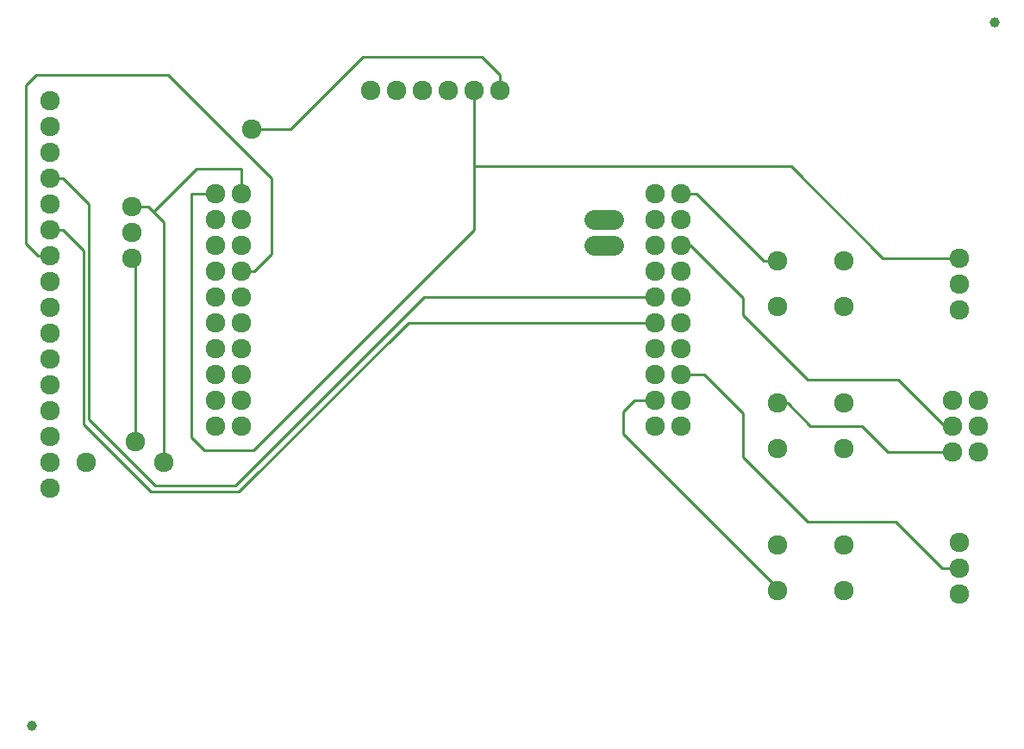
<source format=gbl>
G04 EAGLE Gerber RS-274X export*
G75*
%MOMM*%
%FSLAX34Y34*%
%LPD*%
%INBottom Copper*%
%IPPOS*%
%AMOC8*
5,1,8,0,0,1.08239X$1,22.5*%
G01*
%ADD10C,1.924000*%
%ADD11C,1.000000*%
%ADD12C,1.924000*%
%ADD13C,0.254000*%


D10*
X78800Y789900D03*
X78800Y764500D03*
X78800Y739100D03*
X78800Y713700D03*
X78800Y688300D03*
X78800Y662900D03*
X78800Y637500D03*
X78800Y612100D03*
X78800Y586700D03*
X78800Y561300D03*
X78800Y535900D03*
X78800Y510500D03*
X78800Y485100D03*
X78800Y459700D03*
X78800Y434300D03*
X78800Y408900D03*
X190500Y434340D03*
X114300Y434340D03*
X520700Y800100D03*
X495300Y800100D03*
X469900Y800100D03*
X444500Y800100D03*
X419100Y800100D03*
X393700Y800100D03*
X858012Y586994D03*
X858012Y632206D03*
X792988Y586994D03*
X792988Y632206D03*
X858012Y447294D03*
X858012Y492506D03*
X792988Y447294D03*
X792988Y492506D03*
X858012Y307594D03*
X858012Y352806D03*
X792988Y307594D03*
X792988Y352806D03*
X990600Y469900D03*
X990600Y444500D03*
X990600Y495300D03*
X965200Y495300D03*
X965200Y469900D03*
X965200Y444500D03*
X158750Y635000D03*
X158750Y685800D03*
X158750Y660400D03*
X971550Y584200D03*
X971550Y635000D03*
X971550Y609600D03*
X971550Y304800D03*
X971550Y355600D03*
X971550Y330200D03*
D11*
X60400Y174700D03*
X1006400Y866700D03*
D12*
X631920Y673100D02*
X612680Y673100D01*
X612680Y647700D02*
X631920Y647700D01*
D10*
X241300Y698500D03*
X241300Y673100D03*
X241300Y647700D03*
X241300Y622300D03*
X241300Y596900D03*
X241300Y571500D03*
X266700Y698500D03*
X266700Y673100D03*
X266700Y647700D03*
X266700Y622300D03*
X266700Y596900D03*
X266700Y571500D03*
X241300Y546100D03*
X241300Y520700D03*
X266700Y546100D03*
X266700Y520700D03*
X241300Y495300D03*
X266700Y495300D03*
X241300Y469900D03*
X266700Y469900D03*
X673100Y698500D03*
X673100Y673100D03*
X673100Y647700D03*
X673100Y622300D03*
X673100Y596900D03*
X673100Y571500D03*
X698500Y698500D03*
X698500Y673100D03*
X698500Y647700D03*
X698500Y622300D03*
X698500Y596900D03*
X698500Y571500D03*
X673100Y546100D03*
X673100Y520700D03*
X698500Y546100D03*
X698500Y520700D03*
X673100Y495300D03*
X698500Y495300D03*
X673100Y469900D03*
X698500Y469900D03*
D13*
X673100Y596900D02*
X445770Y596900D01*
X260350Y411480D01*
X181610Y411480D01*
X116840Y476250D01*
X116840Y688360D01*
X91500Y713700D01*
X78800Y713700D01*
X430530Y571500D02*
X673100Y571500D01*
X430530Y571500D02*
X264160Y405130D01*
X177800Y405130D01*
X111760Y471170D01*
X111760Y642640D01*
X91500Y662900D01*
X78800Y662900D01*
X266700Y622300D02*
X279400Y622300D01*
X295910Y638810D01*
X295910Y713740D01*
X194310Y815340D01*
X64770Y815340D01*
X54610Y805180D01*
X54610Y648990D01*
X66398Y637202D01*
X66695Y637500D01*
X78800Y637500D01*
X698500Y647700D02*
X707390Y647700D01*
X759460Y595630D01*
X759460Y579120D01*
X822960Y515620D01*
X911860Y515620D01*
X957580Y469900D01*
X965200Y469900D01*
X721360Y520700D02*
X698500Y520700D01*
X721360Y520700D02*
X759460Y482600D01*
X759460Y439420D01*
X822960Y375920D01*
X909320Y375920D01*
X955040Y330200D01*
X971550Y330200D01*
X673100Y495300D02*
X652780Y495300D01*
X641350Y483870D01*
X641350Y462280D01*
X789178Y314452D01*
X789178Y311404D02*
X792988Y307594D01*
X789178Y311404D02*
X789178Y314452D01*
X190500Y434340D02*
X190500Y670560D01*
X180340Y680720D02*
X175260Y685800D01*
X180340Y680720D02*
X190500Y670560D01*
X175260Y685800D02*
X158750Y685800D01*
X266700Y698500D02*
X266700Y722630D01*
X222250Y722630D01*
X180340Y680720D01*
X217170Y698500D02*
X241300Y698500D01*
X217170Y698500D02*
X217170Y458470D01*
X229870Y445770D01*
X278130Y445770D01*
X495300Y662940D01*
X495300Y725170D02*
X495300Y800100D01*
X495300Y725170D02*
X495300Y662940D01*
X896620Y635000D02*
X971550Y635000D01*
X896620Y635000D02*
X806450Y725170D01*
X495300Y725170D01*
X162560Y632460D02*
X162560Y454660D01*
X162560Y632460D02*
X160020Y635000D01*
X158750Y635000D01*
X779780Y632460D02*
X793242Y632460D01*
X779780Y632460D02*
X713740Y698500D01*
X698500Y698500D01*
X792988Y632206D02*
X793242Y632460D01*
X901700Y444500D02*
X965200Y444500D01*
X901700Y444500D02*
X876300Y469900D01*
X825500Y469900D01*
X802894Y492506D01*
X792988Y492506D01*
X314960Y762000D02*
X276860Y762000D01*
X314960Y762000D02*
X386080Y833120D01*
X502920Y833120D01*
X520700Y815340D01*
X520700Y800100D01*
D10*
X162560Y454660D03*
X276860Y762000D03*
M02*

</source>
